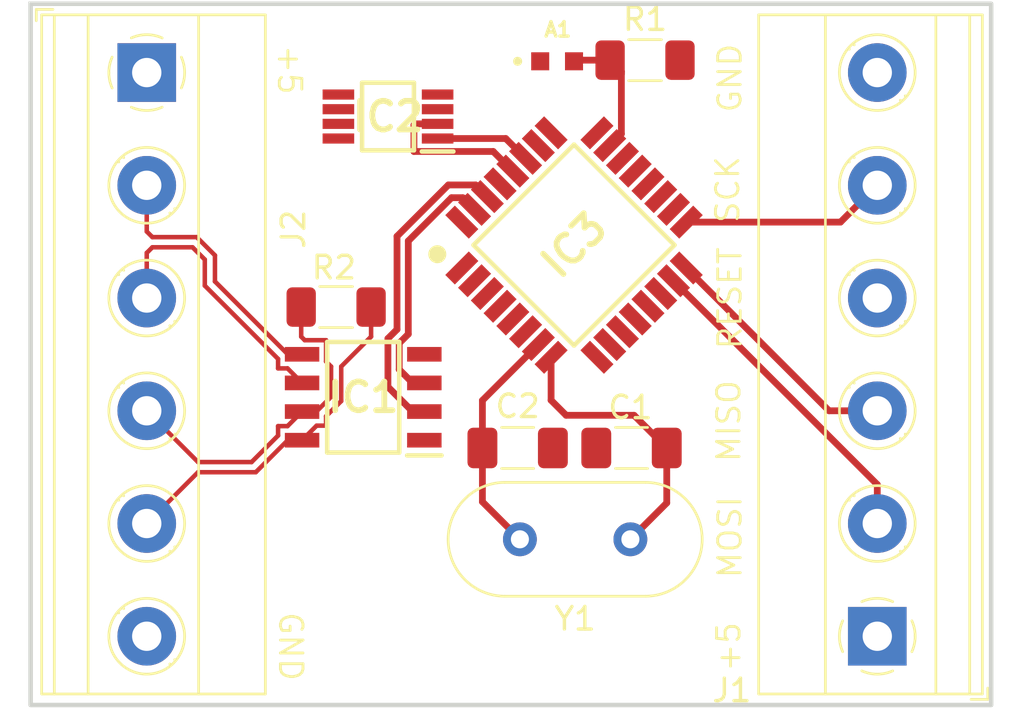
<source format=kicad_pcb>
(kicad_pcb (version 20221018) (generator pcbnew)
  (layers (0 "F.Cu" signal) (31 "B.Cu" signal) (34 "B.Paste" user) (35 "F.Paste" user) (36 "B.SilkS" user "B.Silkscreen") (37 "F.SilkS" user "F.Silkscreen") (38 "B.Mask" user) (39 "F.Mask" user) (44 "Edge.Cuts" user))
  (net 0 "")
  (net 1 "+5V")
  (net 2 "/LIGHT_IN")
  (net 3 "/RX")
  (net 4 "/TX")
  (net 5 "Earth")
  (net 6 "/D0-")
  (net 7 "/D0+")
  (net 8 "/RI-")
  (net 9 "/RI+")
  (net 10 "/SDA")
  (net 11 "/SCL")
  (net 17 "/XTAL2")
  (net 18 "/XTAL1")
  (net 25 "/MOSI")
  (net 26 "/MISO")
  (net 27 "/SCK")
  (net 33 "/RESET")
  (footprint "Resistor_SMD:R_1206_3216Metric_Pad1.30x1.75mm_HandSolder" (layer "F.Cu") (at 156.05 50.4 180)
    (fp_text reference "R2" (at 0.1 1.75) (layer "F.SilkS"))
    (fp_text value "PAD")
    (fp_line (start -0.727064 -0.91) (end 0.727064 -0.91) (stroke (width 0.12)) (layer "F.SilkS"))
    (fp_line (start -0.727064 0.91) (end 0.727064 0.91) (stroke (width 0.12)) (layer "F.SilkS"))
    (pad "1" smd roundrect (at -1.55 0 180) (size 1.3 1.75) (layers "F.Cu" "F.Paste" "F.Mask") (roundrect_rratio 0.192308) (net 9 "/RI+"))
    (pad "2" smd roundrect (at 1.55 0 180) (size 1.3 1.75) (layers "F.Cu" "F.Paste" "F.Mask") (roundrect_rratio 0.192308) (net 8 "/RI-"))
  )
  (footprint "SamacSys_Parts:QFP80P900X900X120-32N" (layer "F.Cu") (at 166.6 47.65 45)
    (fp_text reference "IC3" (at 0 0 45) (layer "F.SilkS") (effects (font (size 1.27 1.27) (thickness 0.254))))
    (fp_text value "ATMEGA328PB-AN" hide)
    (fp_line (start -3.15 -3.15) (end 3.15 -3.15) (stroke (width 0.2)) (layer "F.SilkS"))
    (fp_line (start -3.15 3.15) (end -3.15 -3.15) (stroke (width 0.2)) (layer "F.SilkS"))
    (fp_line (start 3.15 -3.15) (end 3.15 3.15) (stroke (width 0.2)) (layer "F.SilkS"))
    (fp_line (start 3.15 3.15) (end -3.15 3.15) (stroke (width 0.2)) (layer "F.SilkS"))
    (fp_circle (center -4.575 -4) (end -4.575 -3.8) (stroke (width 0.4)) (fill none) (layer "F.SilkS"))
    (pad "1" smd rect (at -4.238 -2.8 135) (size 0.6 1.475) (layers "F.Cu" "F.Paste" "F.Mask"))
    (pad "2" smd rect (at -4.238 -2 135) (size 0.6 1.475) (layers "F.Cu" "F.Paste" "F.Mask"))
    (pad "3" smd rect (at -4.238 -1.2 135) (size 0.6 1.475) (layers "F.Cu" "F.Paste" "F.Mask"))
    (pad "4" smd rect (at -4.238 -0.4 135) (size 0.6 1.475) (layers "F.Cu" "F.Paste" "F.Mask") (net 1 "+5V"))
    (pad "5" smd rect (at -4.238 0.4 135) (size 0.6 1.475) (layers "F.Cu" "F.Paste" "F.Mask") (net 5 "Earth"))
    (pad "6" smd rect (at -4.238 1.2 135) (size 0.6 1.475) (layers "F.Cu" "F.Paste" "F.Mask"))
    (pad "7" smd rect (at -4.238 2 135) (size 0.6 1.475) (layers "F.Cu" "F.Paste" "F.Mask") (net 18 "/XTAL1"))
    (pad "8" smd rect (at -4.238 2.8 135) (size 0.6 1.475) (layers "F.Cu" "F.Paste" "F.Mask") (net 17 "/XTAL2"))
    (pad "9" smd rect (at -2.8 4.238 45) (size 0.6 1.475) (layers "F.Cu" "F.Paste" "F.Mask"))
    (pad "10" smd rect (at -2 4.238 45) (size 0.6 1.475) (layers "F.Cu" "F.Paste" "F.Mask"))
    (pad "11" smd rect (at -1.2 4.238 45) (size 0.6 1.475) (layers "F.Cu" "F.Paste" "F.Mask"))
    (pad "12" smd rect (at -0.4 4.238 45) (size 0.6 1.475) (layers "F.Cu" "F.Paste" "F.Mask"))
    (pad "13" smd rect (at 0.4 4.238 45) (size 0.6 1.475) (layers "F.Cu" "F.Paste" "F.Mask"))
    (pad "14" smd rect (at 1.2 4.238 45) (size 0.6 1.475) (layers "F.Cu" "F.Paste" "F.Mask"))
    (pad "15" smd rect (at 2 4.238 45) (size 0.6 1.475) (layers "F.Cu" "F.Paste" "F.Mask") (net 25 "/MOSI"))
    (pad "16" smd rect (at 2.8 4.238 45) (size 0.6 1.475) (layers "F.Cu" "F.Paste" "F.Mask") (net 26 "/MISO"))
    (pad "17" smd rect (at 4.238 2.8 135) (size 0.6 1.475) (layers "F.Cu" "F.Paste" "F.Mask") (net 27 "/SCK"))
    (pad "18" smd rect (at 4.238 2 135) (size 0.6 1.475) (layers "F.Cu" "F.Paste" "F.Mask") (net 1 "+5V"))
    (pad "19" smd rect (at 4.238 1.2 135) (size 0.6 1.475) (layers "F.Cu" "F.Paste" "F.Mask"))
    (pad "20" smd rect (at 4.238 0.4 135) (size 0.6 1.475) (layers "F.Cu" "F.Paste" "F.Mask") (net 5 "Earth"))
    (pad "21" smd rect (at 4.238 -0.4 135) (size 0.6 1.475) (layers "F.Cu" "F.Paste" "F.Mask") (net 5 "Earth"))
    (pad "22" smd rect (at 4.238 -1.2 135) (size 0.6 1.475) (layers "F.Cu" "F.Paste" "F.Mask"))
    (pad "23" smd rect (at 4.238 -2 135) (size 0.6 1.475) (layers "F.Cu" "F.Paste" "F.Mask") (net 2 "/LIGHT_IN"))
    (pad "24" smd rect (at 4.238 -2.8 135) (size 0.6 1.475) (layers "F.Cu" "F.Paste" "F.Mask"))
    (pad "25" smd rect (at 2.8 -4.238 45) (size 0.6 1.475) (layers "F.Cu" "F.Paste" "F.Mask"))
    (pad "26" smd rect (at 2 -4.238 45) (size 0.6 1.475) (layers "F.Cu" "F.Paste" "F.Mask"))
    (pad "27" smd rect (at 1.2 -4.238 45) (size 0.6 1.475) (layers "F.Cu" "F.Paste" "F.Mask") (net 10 "/SDA"))
    (pad "28" smd rect (at 0.4 -4.238 45) (size 0.6 1.475) (layers "F.Cu" "F.Paste" "F.Mask") (net 11 "/SCL"))
    (pad "29" smd rect (at -0.4 -4.238 45) (size 0.6 1.475) (layers "F.Cu" "F.Paste" "F.Mask") (net 33 "/RESET"))
    (pad "30" smd rect (at -1.2 -4.238 45) (size 0.6 1.475) (layers "F.Cu" "F.Paste" "F.Mask") (net 3 "/RX"))
    (pad "31" smd rect (at -2 -4.238 45) (size 0.6 1.475) (layers "F.Cu" "F.Paste" "F.Mask") (net 4 "/TX"))
    (pad "32" smd rect (at -2.8 -4.238 45) (size 0.6 1.475) (layers "F.Cu" "F.Paste" "F.Mask"))
  )
  (footprint "TerminalBlock_Phoenix:TerminalBlock_Phoenix_MKDS-1,5-6_1x06_P5.00mm_Horizontal" (layer "F.Cu") (at 180.05 65 90)
    (fp_text reference "J1" (at -2.4 -6.45) (layer "F.SilkS"))
    (fp_text value "Screw_Terminal_01x06")
    (fp_line (start -2.8 4.16) (end -2.8 4.9) (stroke (width 0.12)) (layer "F.SilkS"))
    (fp_line (start -2.8 4.9) (end -2.3 4.9) (stroke (width 0.12)) (layer "F.SilkS"))
    (fp_line (start -2.56 -5.261) (end -2.56 4.66) (stroke (width 0.12)) (layer "F.SilkS"))
    (fp_line (start -2.56 -5.261) (end 27.56 -5.261) (stroke (width 0.12)) (layer "F.SilkS"))
    (fp_line (start -2.56 -2.301) (end 27.56 -2.301) (stroke (width 0.12)) (layer "F.SilkS"))
    (fp_line (start -2.56 2.6) (end 27.56 2.6) (stroke (width 0.12)) (layer "F.SilkS"))
    (fp_line (start -2.56 4.1) (end 27.56 4.1) (stroke (width 0.12)) (layer "F.SilkS"))
    (fp_line (start -2.56 4.66) (end 27.56 4.66) (stroke (width 0.12)) (layer "F.SilkS"))
    (fp_line (start 3.773 1.023) (end 3.726 1.069) (stroke (width 0.12)) (layer "F.SilkS"))
    (fp_line (start 3.966 1.239) (end 3.931 1.274) (stroke (width 0.12)) (layer "F.SilkS"))
    (fp_line (start 6.07 -1.275) (end 6.035 -1.239) (stroke (width 0.12)) (layer "F.SilkS"))
    (fp_line (start 6.275 -1.069) (end 6.228 -1.023) (stroke (width 0.12)) (layer "F.SilkS"))
    (fp_line (start 8.773 1.023) (end 8.726 1.069) (stroke (width 0.12)) (layer "F.SilkS"))
    (fp_line (start 8.966 1.239) (end 8.931 1.274) (stroke (width 0.12)) (layer "F.SilkS"))
    (fp_line (start 11.07 -1.275) (end 11.035 -1.239) (stroke (width 0.12)) (layer "F.SilkS"))
    (fp_line (start 11.275 -1.069) (end 11.228 -1.023) (stroke (width 0.12)) (layer "F.SilkS"))
    (fp_line (start 13.773 1.023) (end 13.726 1.069) (stroke (width 0.12)) (layer "F.SilkS"))
    (fp_line (start 13.966 1.239) (end 13.931 1.274) (stroke (width 0.12)) (layer "F.SilkS"))
    (fp_line (start 16.07 -1.275) (end 16.035 -1.239) (stroke (width 0.12)) (layer "F.SilkS"))
    (fp_line (start 16.275 -1.069) (end 16.228 -1.023) (stroke (width 0.12)) (layer "F.SilkS"))
    (fp_line (start 18.773 1.023) (end 18.726 1.069) (stroke (width 0.12)) (layer "F.SilkS"))
    (fp_line (start 18.966 1.239) (end 18.931 1.274) (stroke (width 0.12)) (layer "F.SilkS"))
    (fp_line (start 21.07 -1.275) (end 21.035 -1.239) (stroke (width 0.12)) (layer "F.SilkS"))
    (fp_line (start 21.275 -1.069) (end 21.228 -1.023) (stroke (width 0.12)) (layer "F.SilkS"))
    (fp_line (start 23.773 1.023) (end 23.726 1.069) (stroke (width 0.12)) (layer "F.SilkS"))
    (fp_line (start 23.966 1.239) (end 23.931 1.274) (stroke (width 0.12)) (layer "F.SilkS"))
    (fp_line (start 26.07 -1.275) (end 26.035 -1.239) (stroke (width 0.12)) (layer "F.SilkS"))
    (fp_line (start 26.275 -1.069) (end 26.228 -1.023) (stroke (width 0.12)) (layer "F.SilkS"))
    (fp_line (start 27.56 -5.261) (end 27.56 4.66) (stroke (width 0.12)) (layer "F.SilkS"))
    (fp_arc (start -1.535427 0.683042) (mid -1.680501 -0.000524) (end -1.535 -0.684) (stroke (width 0.12)) (layer "F.SilkS"))
    (fp_arc (start -0.683042 -1.535427) (mid 0.000524 -1.680501) (end 0.684 -1.535) (stroke (width 0.12)) (layer "F.SilkS"))
    (fp_arc (start 0.028805 1.680253) (mid -0.335551 1.646659) (end -0.684 1.535) (stroke (width 0.12)) (layer "F.SilkS"))
    (fp_arc (start 0.683318 1.534756) (mid 0.349292 1.643288) (end 0 1.68) (stroke (width 0.12)) (layer "F.SilkS"))
    (fp_arc (start 1.535427 -0.683042) (mid 1.680501 0.000524) (end 1.535 0.684) (stroke (width 0.12)) (layer "F.SilkS"))
    (fp_circle (center 5 0) (end 6.68 0) (stroke (width 0.12)) (fill none) (layer "F.SilkS"))
    (fp_circle (center 10 0) (end 11.68 0) (stroke (width 0.12)) (fill none) (layer "F.SilkS"))
    (fp_circle (center 15 0) (end 16.68 0) (stroke (width 0.12)) (fill none) (layer "F.SilkS"))
    (fp_circle (center 20 0) (end 21.68 0) (stroke (width 0.12)) (fill none) (layer "F.SilkS"))
    (fp_circle (center 25 0) (end 26.68 0) (stroke (width 0.12)) (fill none) (layer "F.SilkS"))
    (pad "1" thru_hole rect (at 0 0 90) (size 2.6 2.6) (drill 1.3) (layers "*.Cu" "*.Mask") (net 1 "+5V"))
    (pad "2" thru_hole circle (at 5 0 90) (size 2.6 2.6) (drill 1.3) (layers "*.Cu" "*.Mask") (net 25 "/MOSI"))
    (pad "3" thru_hole circle (at 10 0 90) (size 2.6 2.6) (drill 1.3) (layers "*.Cu" "*.Mask") (net 26 "/MISO"))
    (pad "4" thru_hole circle (at 15 0 90) (size 2.6 2.6) (drill 1.3) (layers "*.Cu" "*.Mask") (net 33 "/RESET"))
    (pad "5" thru_hole circle (at 20 0 90) (size 2.6 2.6) (drill 1.3) (layers "*.Cu" "*.Mask") (net 27 "/SCK"))
    (pad "6" thru_hole circle (at 25 0 90) (size 2.6 2.6) (drill 1.3) (layers "*.Cu" "*.Mask") (net 5 "Earth"))
  )
  (footprint "Capacitor_SMD:C_1206_3216Metric_Pad1.33x1.80mm_HandSolder" (layer "F.Cu") (at 164.1 56.65 180)
    (fp_text reference "C2" (at 0 1.85) (layer "F.SilkS"))
    (fp_text value "C")
    (fp_line (start -0.711252 -0.91) (end 0.711252 -0.91) (stroke (width 0.12)) (layer "F.SilkS"))
    (fp_line (start -0.711252 0.91) (end 0.711252 0.91) (stroke (width 0.12)) (layer "F.SilkS"))
    (pad "1" smd roundrect (at -1.5625 0 180) (size 1.325 1.8) (layers "F.Cu" "F.Paste" "F.Mask") (roundrect_rratio 0.188679) (net 5 "Earth"))
    (pad "2" smd roundrect (at 1.5625 0 180) (size 1.325 1.8) (layers "F.Cu" "F.Paste" "F.Mask") (roundrect_rratio 0.188679) (net 18 "/XTAL1"))
  )
  (footprint "SimbolosSnapEDA:XDCR_ALS-PT19-315C_L177_TR8" (layer "F.Cu") (at 165.85 39.5)
    (fp_text reference "A1" (at 0.032 -1.4064) (layer "F.SilkS") (effects (font (size 0.64 0.64))))
    (fp_text value "ALS-PT19-315C_L177_TR8" hide)
    (fp_circle (center -1.75 0) (end -1.65 0) (stroke (width 0.2)) (fill none) (layer "F.SilkS"))
    (pad "1" smd rect (at -0.75 0) (size 0.8 0.8) (layers "F.Cu" "F.Paste" "F.Mask") (net 1 "+5V"))
    (pad "2" smd rect (at 0.75 0) (size 0.8 0.8) (layers "F.Cu" "F.Paste" "F.Mask") (net 2 "/LIGHT_IN"))
  )
  (footprint "SamacSys_Parts:SOP65P490X110-8N" (layer "F.Cu") (at 158.35 41.95 180)
    (fp_text reference "IC2" (at 0 0) (layer "F.SilkS") (effects (font (size 1.27 1.27) (thickness 0.254))))
    (fp_text value "TMP75AQDGKRQ1" hide)
    (fp_line (start -2.9 -1.55) (end -1.5 -1.55) (stroke (width 0.2)) (layer "F.SilkS"))
    (fp_line (start -1.15 -1.5) (end 1.15 -1.5) (stroke (width 0.2)) (layer "F.SilkS"))
    (fp_line (start -1.15 1.5) (end -1.15 -1.5) (stroke (width 0.2)) (layer "F.SilkS"))
    (fp_line (start 1.15 -1.5) (end 1.15 1.5) (stroke (width 0.2)) (layer "F.SilkS"))
    (fp_line (start 1.15 1.5) (end -1.15 1.5) (stroke (width 0.2)) (layer "F.SilkS"))
    (pad "1" smd rect (at -2.2 -0.975 270) (size 0.45 1.4) (layers "F.Cu" "F.Paste" "F.Mask") (net 10 "/SDA"))
    (pad "2" smd rect (at -2.2 -0.325 270) (size 0.45 1.4) (layers "F.Cu" "F.Paste" "F.Mask") (net 11 "/SCL"))
    (pad "3" smd rect (at -2.2 0.325 270) (size 0.45 1.4) (layers "F.Cu" "F.Paste" "F.Mask"))
    (pad "4" smd rect (at -2.2 0.975 270) (size 0.45 1.4) (layers "F.Cu" "F.Paste" "F.Mask") (net 5 "Earth"))
    (pad "5" smd rect (at 2.2 0.975 270) (size 0.45 1.4) (layers "F.Cu" "F.Paste" "F.Mask") (net 5 "Earth"))
    (pad "6" smd rect (at 2.2 0.325 270) (size 0.45 1.4) (layers "F.Cu" "F.Paste" "F.Mask") (net 5 "Earth"))
    (pad "7" smd rect (at 2.2 -0.325 270) (size 0.45 1.4) (layers "F.Cu" "F.Paste" "F.Mask") (net 5 "Earth"))
    (pad "8" smd rect (at 2.2 -0.975 270) (size 0.45 1.4) (layers "F.Cu" "F.Paste" "F.Mask") (net 1 "+5V"))
  )
  (footprint "TerminalBlock_Phoenix:TerminalBlock_Phoenix_MKDS-1,5-6_1x06_P5.00mm_Horizontal" (layer "F.Cu") (at 147.65 40 -90)
    (fp_text reference "J2" (at 6.95 -6.505 90) (layer "F.SilkS"))
    (fp_text value "Screw_Terminal_01x06")
    (fp_line (start -2.8 4.16) (end -2.8 4.9) (stroke (width 0.12)) (layer "F.SilkS"))
    (fp_line (start -2.8 4.9) (end -2.3 4.9) (stroke (width 0.12)) (layer "F.SilkS"))
    (fp_line (start -2.56 -5.261) (end -2.56 4.66) (stroke (width 0.12)) (layer "F.SilkS"))
    (fp_line (start -2.56 -5.261) (end 27.56 -5.261) (stroke (width 0.12)) (layer "F.SilkS"))
    (fp_line (start -2.56 -2.301) (end 27.56 -2.301) (stroke (width 0.12)) (layer "F.SilkS"))
    (fp_line (start -2.56 2.6) (end 27.56 2.6) (stroke (width 0.12)) (layer "F.SilkS"))
    (fp_line (start -2.56 4.1) (end 27.56 4.1) (stroke (width 0.12)) (layer "F.SilkS"))
    (fp_line (start -2.56 4.66) (end 27.56 4.66) (stroke (width 0.12)) (layer "F.SilkS"))
    (fp_line (start 3.773 1.023) (end 3.726 1.069) (stroke (width 0.12)) (layer "F.SilkS"))
    (fp_line (start 3.966 1.239) (end 3.931 1.274) (stroke (width 0.12)) (layer "F.SilkS"))
    (fp_line (start 6.07 -1.275) (end 6.035 -1.239) (stroke (width 0.12)) (layer "F.SilkS"))
    (fp_line (start 6.275 -1.069) (end 6.228 -1.023) (stroke (width 0.12)) (layer "F.SilkS"))
    (fp_line (start 8.773 1.023) (end 8.726 1.069) (stroke (width 0.12)) (layer "F.SilkS"))
    (fp_line (start 8.966 1.239) (end 8.931 1.274) (stroke (width 0.12)) (layer "F.SilkS"))
    (fp_line (start 11.07 -1.275) (end 11.035 -1.239) (stroke (width 0.12)) (layer "F.SilkS"))
    (fp_line (start 11.275 -1.069) (end 11.228 -1.023) (stroke (width 0.12)) (layer "F.SilkS"))
    (fp_line (start 13.773 1.023) (end 13.726 1.069) (stroke (width 0.12)) (layer "F.SilkS"))
    (fp_line (start 13.966 1.239) (end 13.931 1.274) (stroke (width 0.12)) (layer "F.SilkS"))
    (fp_line (start 16.07 -1.275) (end 16.035 -1.239) (stroke (width 0.12)) (layer "F.SilkS"))
    (fp_line (start 16.275 -1.069) (end 16.228 -1.023) (stroke (width 0.12)) (layer "F.SilkS"))
    (fp_line (start 18.773 1.023) (end 18.726 1.069) (stroke (width 0.12)) (layer "F.SilkS"))
    (fp_line (start 18.966 1.239) (end 18.931 1.274) (stroke (width 0.12)) (layer "F.SilkS"))
    (fp_line (start 21.07 -1.275) (end 21.035 -1.239) (stroke (width 0.12)) (layer "F.SilkS"))
    (fp_line (start 21.275 -1.069) (end 21.228 -1.023) (stroke (width 0.12)) (layer "F.SilkS"))
    (fp_line (start 23.773 1.023) (end 23.726 1.069) (stroke (width 0.12)) (layer "F.SilkS"))
    (fp_line (start 23.966 1.239) (end 23.931 1.274) (stroke (width 0.12)) (layer "F.SilkS"))
    (fp_line (start 26.07 -1.275) (end 26.035 -1.239) (stroke (width 0.12)) (layer "F.SilkS"))
    (fp_line (start 26.275 -1.069) (end 26.228 -1.023) (stroke (width 0.12)) (layer "F.SilkS"))
    (fp_line (start 27.56 -5.261) (end 27.56 4.66) (stroke (width 0.12)) (layer "F.SilkS"))
    (fp_arc (start -1.535427 0.683042) (mid -1.680501 -0.000524) (end -1.535 -0.684) (stroke (width 0.12)) (layer "F.SilkS"))
    (fp_arc (start -0.683042 -1.535427) (mid 0.000524 -1.680501) (end 0.684 -1.535) (stroke (width 0.12)) (layer "F.SilkS"))
    (fp_arc (start 0.028805 1.680253) (mid -0.335551 1.646659) (end -0.684 1.535) (stroke (width 0.12)) (layer "F.SilkS"))
    (fp_arc (start 0.683318 1.534756) (mid 0.349292 1.643288) (end 0 1.68) (stroke (width 0.12)) (layer "F.SilkS"))
    (fp_arc (start 1.535427 -0.683042) (mid 1.680501 0.000524) (end 1.535 0.684) (stroke (width 0.12)) (layer "F.SilkS"))
    (fp_circle (center 5 0) (end 6.68 0) (stroke (width 0.12)) (fill none) (layer "F.SilkS"))
    (fp_circle (center 10 0) (end 11.68 0) (stroke (width 0.12)) (fill none) (layer "F.SilkS"))
    (fp_circle (center 15 0) (end 16.68 0) (stroke (width 0.12)) (fill none) (layer "F.SilkS"))
    (fp_circle (center 20 0) (end 21.68 0) (stroke (width 0.12)) (fill none) (layer "F.SilkS"))
    (fp_circle (center 25 0) (end 26.68 0) (stroke (width 0.12)) (fill none) (layer "F.SilkS"))
    (pad "1" thru_hole rect (at 0 0 270) (size 2.6 2.6) (drill 1.3) (layers "*.Cu" "*.Mask") (net 1 "+5V"))
    (pad "2" thru_hole circle (at 5 0 270) (size 2.6 2.6) (drill 1.3) (layers "*.Cu" "*.Mask") (net 6 "/D0-"))
    (pad "3" thru_hole circle (at 10 0 270) (size 2.6 2.6) (drill 1.3) (layers "*.Cu" "*.Mask") (net 7 "/D0+"))
    (pad "4" thru_hole circle (at 15 0 270) (size 2.6 2.6) (drill 1.3) (layers "*.Cu" "*.Mask") (net 8 "/RI-"))
    (pad "5" thru_hole circle (at 20 0 270) (size 2.6 2.6) (drill 1.3) (layers "*.Cu" "*.Mask") (net 9 "/RI+"))
    (pad "6" thru_hole circle (at 25 0 270) (size 2.6 2.6) (drill 1.3) (layers "*.Cu" "*.Mask") (net 5 "Earth"))
  )
  (footprint "Crystal:Crystal_HC18-U_Vertical" (layer "F.Cu") (at 169.1 60.7 180)
    (fp_text reference "Y1" (at 2.45 -3.525) (layer "F.SilkS"))
    (fp_text value "Crystal")
    (fp_line (start -0.675 -2.525) (end 5.575 -2.525) (stroke (width 0.12)) (layer "F.SilkS"))
    (fp_line (start -0.675 2.525) (end 5.575 2.525) (stroke (width 0.12)) (layer "F.SilkS"))
    (fp_arc (start -0.675 2.525) (mid -3.2 0) (end -0.675 -2.525) (stroke (width 0.12)) (layer "F.SilkS"))
    (fp_arc (start 5.575 -2.525) (mid 8.1 0) (end 5.575 2.525) (stroke (width 0.12)) (layer "F.SilkS"))
    (pad "1" thru_hole circle (at 0 0 180) (size 1.5 1.5) (drill 0.8) (layers "*.Cu" "*.Mask") (net 17 "/XTAL2"))
    (pad "2" thru_hole circle (at 4.9 0 180) (size 1.5 1.5) (drill 0.8) (layers "*.Cu" "*.Mask") (net 18 "/XTAL1"))
  )
  (footprint "Resistor_SMD:R_1206_3216Metric_Pad1.30x1.75mm_HandSolder" (layer "F.Cu") (at 169.75 39.45)
    (fp_text reference "R1" (at 0 -1.82) (layer "F.SilkS"))
    (fp_text value "10k")
    (fp_line (start -0.727064 -0.91) (end 0.727064 -0.91) (stroke (width 0.12)) (layer "F.SilkS"))
    (fp_line (start -0.727064 0.91) (end 0.727064 0.91) (stroke (width 0.12)) (layer "F.SilkS"))
    (pad "1" smd roundrect (at -1.55 0) (size 1.3 1.75) (layers "F.Cu" "F.Paste" "F.Mask") (roundrect_rratio 0.192308) (net 2 "/LIGHT_IN"))
    (pad "2" smd roundrect (at 1.55 0) (size 1.3 1.75) (layers "F.Cu" "F.Paste" "F.Mask") (roundrect_rratio 0.192308) (net 5 "Earth"))
  )
  (footprint "SamacSys_Parts:SOIC127P600X175-8N" (layer "F.Cu") (at 157.25 54.4 180)
    (fp_text reference "IC1" (at 0 0) (layer "F.SilkS") (effects (font (size 1.27 1.27) (thickness 0.254))))
    (fp_text value "DS89C21TMX_NOPB" hide)
    (fp_line (start -3.475 -2.58) (end -1.948 -2.58) (stroke (width 0.2)) (layer "F.SilkS"))
    (fp_line (start -1.598 -2.452) (end 1.598 -2.452) (stroke (width 0.2)) (layer "F.SilkS"))
    (fp_line (start -1.598 2.452) (end -1.598 -2.452) (stroke (width 0.2)) (layer "F.SilkS"))
    (fp_line (start 1.598 -2.452) (end 1.598 2.452) (stroke (width 0.2)) (layer "F.SilkS"))
    (fp_line (start 1.598 2.452) (end -1.598 2.452) (stroke (width 0.2)) (layer "F.SilkS"))
    (pad "1" smd rect (at -2.711 -1.905 270) (size 0.65 1.528) (layers "F.Cu" "F.Paste" "F.Mask") (net 1 "+5V"))
    (pad "2" smd rect (at -2.711 -0.635 270) (size 0.65 1.528) (layers "F.Cu" "F.Paste" "F.Mask") (net 3 "/RX"))
    (pad "3" smd rect (at -2.711 0.635 270) (size 0.65 1.528) (layers "F.Cu" "F.Paste" "F.Mask") (net 4 "/TX"))
    (pad "4" smd rect (at -2.711 1.905 270) (size 0.65 1.528) (layers "F.Cu" "F.Paste" "F.Mask") (net 5 "Earth"))
    (pad "5" smd rect (at 2.711 1.905 270) (size 0.65 1.528) (layers "F.Cu" "F.Paste" "F.Mask") (net 6 "/D0-"))
    (pad "6" smd rect (at 2.711 0.635 270) (size 0.65 1.528) (layers "F.Cu" "F.Paste" "F.Mask") (net 7 "/D0+"))
    (pad "7" smd rect (at 2.711 -0.635 270) (size 0.65 1.528) (layers "F.Cu" "F.Paste" "F.Mask") (net 8 "/RI-"))
    (pad "8" smd rect (at 2.711 -1.905 270) (size 0.65 1.528) (layers "F.Cu" "F.Paste" "F.Mask") (net 9 "/RI+"))
  )
  (footprint "Capacitor_SMD:C_1206_3216Metric_Pad1.33x1.80mm_HandSolder" (layer "F.Cu") (at 169.15 56.65)
    (fp_text reference "C1" (at -0.05 -1.8) (layer "F.SilkS"))
    (fp_text value "C")
    (fp_line (start -0.711252 -0.91) (end 0.711252 -0.91) (stroke (width 0.12)) (layer "F.SilkS"))
    (fp_line (start -0.711252 0.91) (end 0.711252 0.91) (stroke (width 0.12)) (layer "F.SilkS"))
    (pad "1" smd roundrect (at -1.5625 0) (size 1.325 1.8) (layers "F.Cu" "F.Paste" "F.Mask") (roundrect_rratio 0.188679) (net 5 "Earth"))
    (pad "2" smd roundrect (at 1.5625 0) (size 1.325 1.8) (layers "F.Cu" "F.Paste" "F.Mask") (roundrect_rratio 0.188679) (net 17 "/XTAL2"))
  )
  (gr_rect (start 142.5 36.95) (end 185.1 68.05) (stroke (width 0.2)) (fill none) (layer "Edge.Cuts"))
  (gr_text "SCK" (at 174 46.75 90) (layer "F.SilkS") (effects (font (size 1 1) (thickness 0.125)) (justify left bottom)))
  (gr_text "GND" (at 153.45 63.85 -90) (layer "F.SilkS") (effects (font (size 1 1) (thickness 0.125)) (justify left bottom)))
  (gr_text "RESET" (at 174.1 52.35 90) (layer "F.SilkS") (effects (font (size 1 1) (thickness 0.125)) (justify left bottom)))
  (gr_text "MOSI\n" (at 174.1 62.5 90) (layer "F.SilkS") (effects (font (size 1 1) (thickness 0.125)) (justify left bottom)))
  (gr_text "+5\n" (at 153.4 38.7 -90) (layer "F.SilkS") (effects (font (size 1 1) (thickness 0.125)) (justify left bottom)))
  (gr_text "+5\n" (at 174.05 66.65 90) (layer "F.SilkS") (effects (font (size 1 1) (thickness 0.125)) (justify left bottom)))
  (gr_text "GND" (at 174.1 41.85 90) (layer "F.SilkS") (effects (font (size 1 1) (thickness 0.125)) (justify left bottom)))
  (gr_text "MISO" (at 174.05 57.35 90) (layer "F.SilkS") (effects (font (size 1 1) (thickness 0.125)) (justify left bottom)))
  (segment (start 168.700443 42.72113) (end 168.182505 43.239068) (width 0.3) (layer "F.Cu") (net 2))
  (segment (start 168.2 39.45) (end 168.700443 39.950443) (width 0.3) (layer "F.Cu") (net 2))
  (segment (start 166.65 39.45) (end 166.6 39.5) (width 0.3) (layer "F.Cu") (net 2))
  (segment (start 168.700443 39.950443) (end 168.700443 42.72113) (width 0.3) (layer "F.Cu") (net 2))
  (segment (start 168.2 39.45) (end 166.65 39.45) (width 0.3) (layer "F.Cu") (net 2))
  (segment (start 158.75 51.392894) (end 158.75 47.261497) (width 0.3) (layer "F.Cu") (net 3))
  (segment (start 158.347 51.795893) (end 158.75 51.392894) (width 0.3) (layer "F.Cu") (net 3))
  (segment (start 159.961 55.035) (end 159.442 55.035) (width 0.3) (layer "F.Cu") (net 3))
  (segment (start 162.236815 44.983872) (end 162.754753 45.50181) (width 0.3) (layer "F.Cu") (net 3))
  (segment (start 161.027625 44.983872) (end 162.236815 44.983872) (width 0.3) (layer "F.Cu") (net 3))
  (segment (start 159.442 55.035) (end 158.347 53.94) (width 0.3) (layer "F.Cu") (net 3))
  (segment (start 158.75 47.261497) (end 161.027625 44.983872) (width 0.3) (layer "F.Cu") (net 3))
  (segment (start 158.347 53.94) (end 158.347 51.795893) (width 0.3) (layer "F.Cu") (net 3))
  (segment (start 159.25 51.6) (end 159.25 47.468604) (width 0.3) (layer "F.Cu") (net 4))
  (segment (start 159.25 47.468604) (end 161.169047 45.549557) (width 0.3) (layer "F.Cu") (net 4))
  (segment (start 161.67113 45.549557) (end 162.189068 46.067495) (width 0.3) (layer "F.Cu") (net 4))
  (segment (start 159.961 53.765) (end 159.442 53.765) (width 0.3) (layer "F.Cu") (net 4))
  (segment (start 159.442 53.765) (end 158.847 53.17) (width 0.3) (layer "F.Cu") (net 4))
  (segment (start 158.847 53.17) (end 158.847 52.003) (width 0.3) (layer "F.Cu") (net 4))
  (segment (start 161.169047 45.549557) (end 161.67113 45.549557) (width 0.3) (layer "F.Cu") (net 4))
  (segment (start 158.847 52.003) (end 159.25 51.6) (width 0.3) (layer "F.Cu") (net 4))
  (segment (start 149.866875 47.298675) (end 147.9 47.298675) (width 0.2) (layer "F.Cu") (net 6))
  (segment (start 154.539 52.495) (end 153.905397 52.495) (width 0.2) (layer "F.Cu") (net 6))
  (segment (start 147.9 47.298675) (end 147.65 47.048675) (width 0.2) (layer "F.Cu") (net 6))
  (segment (start 150.675 48.1068) (end 149.866875 47.298675) (width 0.2) (layer "F.Cu") (net 6))
  (segment (start 150.675 49.264603) (end 150.675 48.1068) (width 0.2) (layer "F.Cu") (net 6))
  (segment (start 153.905397 52.495) (end 150.675 49.264603) (width 0.2) (layer "F.Cu") (net 6))
  (segment (start 147.65 47.048675) (end 147.65 45) (width 0.2) (layer "F.Cu") (net 6))
  (segment (start 153.475 53.12) (end 153.475 52.701) (width 0.2) (layer "F.Cu") (net 7))
  (segment (start 147.65 47.998675) (end 147.65 50) (width 0.2) (layer "F.Cu") (net 7))
  (segment (start 150.225 49.451) (end 150.225 48.2932) (width 0.2) (layer "F.Cu") (net 7))
  (segment (start 149.680475 47.748675) (end 147.9 47.748675) (width 0.2) (layer "F.Cu") (net 7))
  (segment (start 153.894 53.12) (end 153.475 53.12) (width 0.2) (layer "F.Cu") (net 7))
  (segment (start 150.225 48.2932) (end 149.680475 47.748675) (width 0.2) (layer "F.Cu") (net 7))
  (segment (start 153.475 52.701) (end 150.225 49.451) (width 0.2) (layer "F.Cu") (net 7))
  (segment (start 154.539 53.765) (end 153.894 53.12) (width 0.2) (layer "F.Cu") (net 7))
  (segment (start 147.9 47.748675) (end 147.65 47.998675) (width 0.2) (layer "F.Cu") (net 7))
  (segment (start 149.924999 57.274999) (end 152.299001 57.274999) (width 0.2) (layer "F.Cu") (net 8))
  (segment (start 154.5 51.712501) (end 154.5 50.4) (width 0.2) (layer "F.Cu") (net 8))
  (segment (start 155.825 53.037501) (end 155.603 52.815501) (width 0.2) (layer "F.Cu") (net 8))
  (segment (start 153.475 55.68) (end 153.894 55.68) (width 0.2) (layer "F.Cu") (net 8))
  (segment (start 154.657499 51.87) (end 154.5 51.712501) (width 0.2) (layer "F.Cu") (net 8))
  (segment (start 147.65 55) (end 149.924999 57.274999) (width 0.2) (layer "F.Cu") (net 8))
  (segment (start 155.172603 55.035) (end 155.825 54.382603) (width 0.2) (layer "F.Cu") (net 8))
  (segment (start 152.299001 57.274999) (end 153.475 56.099) (width 0.2) (layer "F.Cu") (net 8))
  (segment (start 155.603 52.815501) (end 155.603 51.87) (width 0.2) (layer "F.Cu") (net 8))
  (segment (start 155.825 54.382603) (end 155.825 53.037501) (width 0.2) (layer "F.Cu") (net 8))
  (segment (start 154.539 55.035) (end 155.172603 55.035) (width 0.2) (layer "F.Cu") (net 8))
  (segment (start 153.894 55.68) (end 154.539 55.035) (width 0.2) (layer "F.Cu") (net 8))
  (segment (start 153.475 56.099) (end 153.475 55.68) (width 0.2) (layer "F.Cu") (net 8))
  (segment (start 155.603 51.87) (end 154.657499 51.87) (width 0.2) (layer "F.Cu") (net 8))
  (segment (start 155.603 55.241) (end 156.275 54.569) (width 0.2) (layer "F.Cu") (net 9))
  (segment (start 155.184 55.66) (end 155.603 55.66) (width 0.2) (layer "F.Cu") (net 9))
  (segment (start 152.485396 57.725001) (end 153.905397 56.305) (width 0.2) (layer "F.Cu") (net 9))
  (segment (start 153.905397 56.305) (end 154.539 56.305) (width 0.2) (layer "F.Cu") (net 9))
  (segment (start 155.603 55.66) (end 155.603 55.241) (width 0.2) (layer "F.Cu") (net 9))
  (segment (start 154.539 56.305) (end 155.184 55.66) (width 0.2) (layer "F.Cu") (net 9))
  (segment (start 157.6 51.712501) (end 157.6 50.4) (width 0.2) (layer "F.Cu") (net 9))
  (segment (start 156.275 54.569) (end 156.275 53.037501) (width 0.2) (layer "F.Cu") (net 9))
  (segment (start 149.924999 57.725001) (end 152.485396 57.725001) (width 0.2) (layer "F.Cu") (net 9))
  (segment (start 147.65 60) (end 149.924999 57.725001) (width 0.2) (layer "F.Cu") (net 9))
  (segment (start 156.275 53.037501) (end 157.6 51.712501) (width 0.2) (layer "F.Cu") (net 9))
  (segment (start 163.572057 42.925) (end 164.45181 43.804753) (width 0.3) (layer "F.Cu") (net 10))
  (segment (start 160.55 42.925) (end 163.572057 42.925) (width 0.3) (layer "F.Cu") (net 10))
  (segment (start 159.5 43.5) (end 163.015685 43.5) (width 0.3) (layer "F.Cu") (net 11))
  (segment (start 160.55 42.275) (end 159.55 42.275) (width 0.3) (layer "F.Cu") (net 11))
  (segment (start 159.55 42.275) (end 159.5 42.325) (width 0.3) (layer "F.Cu") (net 11))
  (segment (start 163.015685 43.5) (end 163.886124 44.370439) (width 0.3) (layer "F.Cu") (net 11))
  (segment (start 159.5 42.325) (end 159.5 43.5) (width 0.3) (layer "F.Cu") (net 11))
  (segment (start 169.2625 55.2) (end 166.25 55.2) (width 0.3) (layer "F.Cu") (net 17))
  (segment (start 170.7125 59.0875) (end 169.1 60.7) (width 0.3) (layer "F.Cu") (net 17))
  (segment (start 170.7125 56.65) (end 169.2625 55.2) (width 0.3) (layer "F.Cu") (net 17))
  (segment (start 170.7125 56.65) (end 170.7125 59.0875) (width 0.3) (layer "F.Cu") (net 17))
  (segment (start 166.25 55.2) (end 165.58318 54.53318) (width 0.3) (layer "F.Cu") (net 17))
  (segment (start 165.58318 54.53318) (end 165.58318 52.626618) (width 0.3) (layer "F.Cu") (net 17))
  (segment (start 162.5375 59.0375) (end 164.2 60.7) (width 0.3) (layer "F.Cu") (net 18))
  (segment (start 162.5375 54.540927) (end 165.017495 52.060932) (width 0.3) (layer "F.Cu") (net 18))
  (segment (start 162.5375 56.65) (end 162.5375 59.0375) (width 0.3) (layer "F.Cu") (net 18))
  (segment (start 162.5375 56.65) (end 162.5375 54.540927) (width 0.3) (layer "F.Cu") (net 18))
  (segment (start 180.05 58.271573) (end 171.010932 49.232505) (width 0.3) (layer "F.Cu") (net 25))
  (segment (start 180.05 60) (end 180.05 58.271573) (width 0.3) (layer "F.Cu") (net 25))
  (segment (start 180.05 55) (end 177.909798 55) (width 0.3) (layer "F.Cu") (net 26))
  (segment (start 177.909798 55) (end 171.576618 48.66682) (width 0.3) (layer "F.Cu") (net 26))
  (segment (start 180.05 45) (end 178.41682 46.63318) (width 0.3) (layer "F.Cu") (net 27))
  (segment (start 178.41682 46.63318) (end 171.576618 46.63318) (width 0.3) (layer "F.Cu") (net 27))
)
</source>
